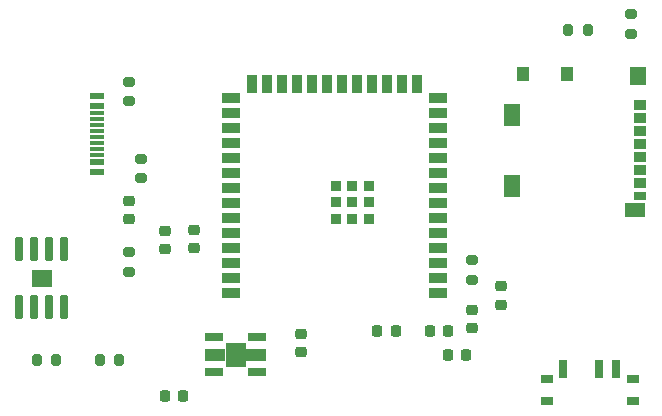
<source format=gbr>
%TF.GenerationSoftware,KiCad,Pcbnew,9.0.6*%
%TF.CreationDate,2025-12-13T17:25:46+11:00*%
%TF.ProjectId,esp32,65737033-322e-46b6-9963-61645f706362,rev?*%
%TF.SameCoordinates,Original*%
%TF.FileFunction,Paste,Top*%
%TF.FilePolarity,Positive*%
%FSLAX46Y46*%
G04 Gerber Fmt 4.6, Leading zero omitted, Abs format (unit mm)*
G04 Created by KiCad (PCBNEW 9.0.6) date 2025-12-13 17:25:46*
%MOMM*%
%LPD*%
G01*
G04 APERTURE LIST*
G04 Aperture macros list*
%AMRoundRect*
0 Rectangle with rounded corners*
0 $1 Rounding radius*
0 $2 $3 $4 $5 $6 $7 $8 $9 X,Y pos of 4 corners*
0 Add a 4 corners polygon primitive as box body*
4,1,4,$2,$3,$4,$5,$6,$7,$8,$9,$2,$3,0*
0 Add four circle primitives for the rounded corners*
1,1,$1+$1,$2,$3*
1,1,$1+$1,$4,$5*
1,1,$1+$1,$6,$7*
1,1,$1+$1,$8,$9*
0 Add four rect primitives between the rounded corners*
20,1,$1+$1,$2,$3,$4,$5,0*
20,1,$1+$1,$4,$5,$6,$7,0*
20,1,$1+$1,$6,$7,$8,$9,0*
20,1,$1+$1,$8,$9,$2,$3,0*%
G04 Aperture macros list end*
%ADD10C,0.010000*%
%ADD11RoundRect,0.200000X-0.200000X-0.275000X0.200000X-0.275000X0.200000X0.275000X-0.200000X0.275000X0*%
%ADD12RoundRect,0.200000X-0.275000X0.200000X-0.275000X-0.200000X0.275000X-0.200000X0.275000X0.200000X0*%
%ADD13RoundRect,0.200000X0.275000X-0.200000X0.275000X0.200000X-0.275000X0.200000X-0.275000X-0.200000X0*%
%ADD14RoundRect,0.225000X-0.225000X-0.250000X0.225000X-0.250000X0.225000X0.250000X-0.225000X0.250000X0*%
%ADD15RoundRect,0.075000X0.225000X-0.910000X0.225000X0.910000X-0.225000X0.910000X-0.225000X-0.910000X0*%
%ADD16RoundRect,0.200000X0.200000X0.275000X-0.200000X0.275000X-0.200000X-0.275000X0.200000X-0.275000X0*%
%ADD17RoundRect,0.218750X0.256250X-0.218750X0.256250X0.218750X-0.256250X0.218750X-0.256250X-0.218750X0*%
%ADD18R,0.700000X1.500000*%
%ADD19R,1.000000X0.800000*%
%ADD20R,1.500000X0.900000*%
%ADD21R,0.900000X1.500000*%
%ADD22R,0.900000X0.900000*%
%ADD23R,1.100000X0.850000*%
%ADD24R,1.100000X0.750000*%
%ADD25R,1.000000X1.200000*%
%ADD26R,1.350000X1.550000*%
%ADD27R,1.800000X1.170000*%
%ADD28R,1.350000X1.900000*%
%ADD29RoundRect,0.225000X0.250000X-0.225000X0.250000X0.225000X-0.250000X0.225000X-0.250000X-0.225000X0*%
%ADD30R,1.150000X0.600000*%
%ADD31R,1.150000X0.300000*%
%ADD32R,1.500000X0.700000*%
%ADD33R,1.750000X1.000000*%
%ADD34R,1.700000X2.000000*%
%ADD35RoundRect,0.225000X-0.250000X0.225000X-0.250000X-0.225000X0.250000X-0.225000X0.250000X0.225000X0*%
G04 APERTURE END LIST*
D10*
%TO.C,U1*%
X76415000Y-49170000D02*
X74775000Y-49170000D01*
X74775000Y-47880000D01*
X76415000Y-47880000D01*
X76415000Y-49170000D01*
G36*
X76415000Y-49170000D02*
G01*
X74775000Y-49170000D01*
X74775000Y-47880000D01*
X76415000Y-47880000D01*
X76415000Y-49170000D01*
G37*
%TD*%
D11*
%TO.C,R5*%
X80500000Y-55500000D03*
X82150000Y-55500000D03*
%TD*%
D12*
%TO.C,R2*%
X83000000Y-31925000D03*
X83000000Y-33575000D03*
%TD*%
D13*
%TO.C,R7*%
X125500000Y-27825000D03*
X125500000Y-26175000D03*
%TD*%
D14*
%TO.C,C5*%
X108450000Y-53000000D03*
X110000000Y-53000000D03*
%TD*%
D13*
%TO.C,R6*%
X112000000Y-48650000D03*
X112000000Y-47000000D03*
%TD*%
D15*
%TO.C,U1*%
X73690000Y-51000000D03*
X74960000Y-51000000D03*
X76230000Y-51000000D03*
X77500000Y-51000000D03*
X77500000Y-46050000D03*
X76230000Y-46050000D03*
X74960000Y-46050000D03*
X73690000Y-46050000D03*
%TD*%
D14*
%TO.C,C6*%
X109950000Y-55000000D03*
X111500000Y-55000000D03*
%TD*%
D12*
%TO.C,R1*%
X84000000Y-38425000D03*
X84000000Y-40075000D03*
%TD*%
D16*
%TO.C,R3*%
X76825000Y-55500000D03*
X75175000Y-55500000D03*
%TD*%
D17*
%TO.C,D2*%
X88500000Y-46000000D03*
X88500000Y-44425000D03*
%TD*%
%TO.C,D1*%
X86000000Y-46075000D03*
X86000000Y-44500000D03*
%TD*%
D18*
%TO.C,SW1*%
X119750000Y-56250000D03*
X122750000Y-56250000D03*
X124250000Y-56250000D03*
D19*
X118350000Y-57035000D03*
X118350000Y-58965000D03*
X125650000Y-58965000D03*
X125650000Y-57035000D03*
%TD*%
D20*
%TO.C,U3*%
X109150000Y-49820000D03*
X109150000Y-48550000D03*
X109150000Y-47280000D03*
X109150000Y-46010000D03*
X109150000Y-44740000D03*
X109150000Y-43470000D03*
X109150000Y-42200000D03*
X109150000Y-40930000D03*
X109150000Y-39660000D03*
X109150000Y-38390000D03*
X109150000Y-37120000D03*
X109150000Y-35850000D03*
X109150000Y-34580000D03*
X109150000Y-33310000D03*
D21*
X107385000Y-32060000D03*
X106115000Y-32060000D03*
X104845000Y-32060000D03*
X103575000Y-32060000D03*
X102305000Y-32060000D03*
X101035000Y-32060000D03*
X99765000Y-32060000D03*
X98495000Y-32060000D03*
X97225000Y-32060000D03*
X95955000Y-32060000D03*
X94685000Y-32060000D03*
X93415000Y-32060000D03*
D20*
X91650000Y-33310000D03*
X91650000Y-34580000D03*
X91650000Y-35850000D03*
X91650000Y-37120000D03*
X91650000Y-38390000D03*
X91650000Y-39660000D03*
X91650000Y-40930000D03*
X91650000Y-42200000D03*
X91650000Y-43470000D03*
X91650000Y-44740000D03*
X91650000Y-46010000D03*
X91650000Y-47280000D03*
X91650000Y-48550000D03*
X91650000Y-49820000D03*
D22*
X103300000Y-43500000D03*
X101900000Y-43500000D03*
X100500000Y-43500000D03*
X103300000Y-42100000D03*
X101900000Y-42100000D03*
X100500000Y-42100000D03*
X103300000Y-40700000D03*
X101900000Y-40700000D03*
X100500000Y-40700000D03*
%TD*%
D23*
%TO.C,J3*%
X126200000Y-33895000D03*
X126200000Y-34995000D03*
X126200000Y-36095000D03*
X126200000Y-37195000D03*
X126200000Y-38295000D03*
X126200000Y-39395000D03*
X126200000Y-40495000D03*
D24*
X126200000Y-41545000D03*
D25*
X120050000Y-31260000D03*
X116350000Y-31260000D03*
D26*
X126075000Y-31435000D03*
D27*
X125850000Y-42755000D03*
D28*
X115375000Y-40730000D03*
X115375000Y-34760000D03*
%TD*%
D29*
%TO.C,C7*%
X114500000Y-50775000D03*
X114500000Y-49225000D03*
%TD*%
D14*
%TO.C,C3*%
X104000000Y-53000000D03*
X105550000Y-53000000D03*
%TD*%
D30*
%TO.C,J1*%
X80255000Y-33122500D03*
X80255000Y-33922500D03*
D31*
X80255000Y-35072500D03*
X80255000Y-36072500D03*
X80255000Y-36572500D03*
X80255000Y-37572500D03*
D30*
X80255000Y-39522500D03*
X80255000Y-38722500D03*
D31*
X80255000Y-38072500D03*
X80255000Y-37072500D03*
X80255000Y-35572500D03*
X80255000Y-34572500D03*
%TD*%
D32*
%TO.C,U2*%
X93850000Y-56500000D03*
D33*
X93725000Y-55000000D03*
D32*
X93850000Y-53500000D03*
X90150000Y-53500000D03*
X90150000Y-56500000D03*
D33*
X90275000Y-55000000D03*
D34*
X92000000Y-55000000D03*
%TD*%
D29*
%TO.C,C4*%
X97500000Y-54775000D03*
X97500000Y-53225000D03*
%TD*%
D35*
%TO.C,C8*%
X112000000Y-51225000D03*
X112000000Y-52775000D03*
%TD*%
D29*
%TO.C,C1*%
X83000000Y-43525000D03*
X83000000Y-41975000D03*
%TD*%
D14*
%TO.C,C2*%
X86000000Y-58500000D03*
X87550000Y-58500000D03*
%TD*%
D16*
%TO.C,R8*%
X121825000Y-27500000D03*
X120175000Y-27500000D03*
%TD*%
D12*
%TO.C,R4*%
X83000000Y-46350000D03*
X83000000Y-48000000D03*
%TD*%
M02*

</source>
